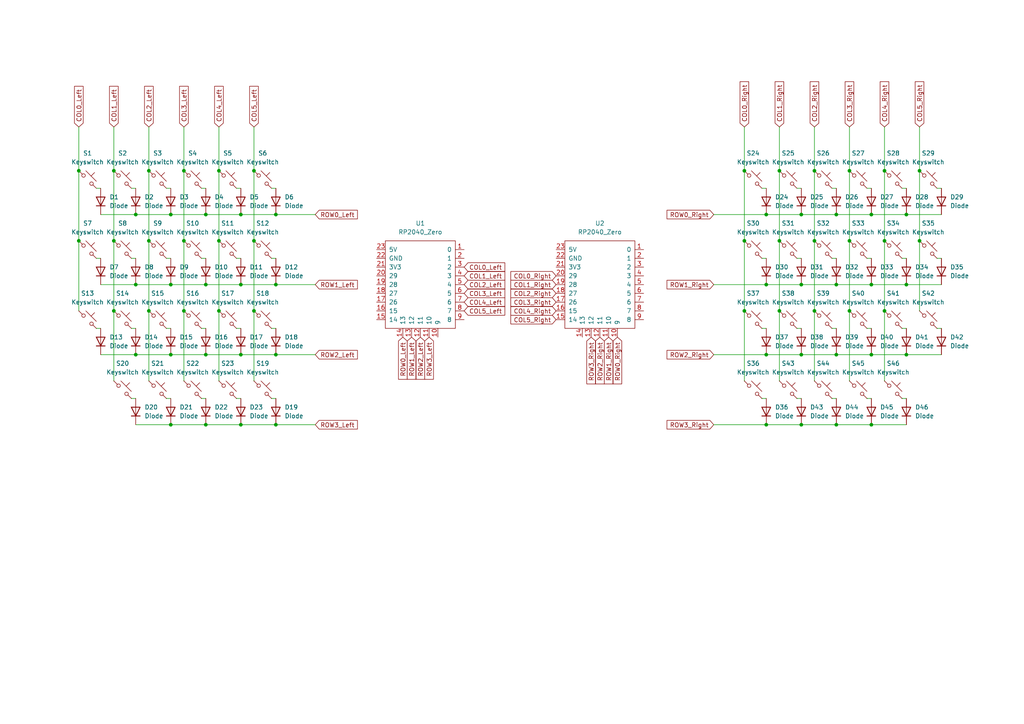
<source format=kicad_sch>
(kicad_sch (version 20230121) (generator eeschema)
  (paper "A4")
  (lib_symbols
    (symbol "ScottoKeebs:MCU_RP2040_Zero" (pin_names (offset 1.016))
      (property "Reference" "U" (at 0 15.24 0))
      (property "Value" "RP2040_Zero" (at 0 12.7 0))
      (symbol "MCU_RP2040_Zero_0_1"
        (rectangle (start -10.16 11.43) (end 10.16 -13.97))
      )
      (symbol "MCU_RP2040_Zero_1_1"
        (pin bidirectional line (at 12.7 8.89 180) (length 2.54) (name "0") (number "1"))
        (pin bidirectional line (at 5.08 -16.51 90) (length 2.54) (name "9") (number "10"))
        (pin bidirectional line (at 2.54 -16.51 90) (length 2.54) (name "10") (number "11"))
        (pin bidirectional line (at 0 -16.51 90) (length 2.54) (name "11") (number "12"))
        (pin bidirectional line (at -2.54 -16.51 90) (length 2.54) (name "12") (number "13"))
        (pin bidirectional line (at -5.08 -16.51 90) (length 2.54) (name "13") (number "14"))
        (pin bidirectional line (at -12.7 -11.43 0) (length 2.54) (name "14") (number "15"))
        (pin bidirectional line (at -12.7 -8.89 0) (length 2.54) (name "15") (number "16"))
        (pin bidirectional line (at -12.7 -6.35 0) (length 2.54) (name "26") (number "17"))
        (pin bidirectional line (at -12.7 -3.81 0) (length 2.54) (name "27") (number "18"))
        (pin bidirectional line (at -12.7 -1.27 0) (length 2.54) (name "28") (number "19"))
        (pin bidirectional line (at 12.7 6.35 180) (length 2.54) (name "1") (number "2"))
        (pin bidirectional line (at -12.7 1.27 0) (length 2.54) (name "29") (number "20"))
        (pin power_out line (at -12.7 3.81 0) (length 2.54) (name "3V3") (number "21"))
        (pin power_out line (at -12.7 6.35 0) (length 2.54) (name "GND") (number "22"))
        (pin power_out line (at -12.7 8.89 0) (length 2.54) (name "5V") (number "23"))
        (pin bidirectional line (at 12.7 3.81 180) (length 2.54) (name "2") (number "3"))
        (pin bidirectional line (at 12.7 1.27 180) (length 2.54) (name "3") (number "4"))
        (pin bidirectional line (at 12.7 -1.27 180) (length 2.54) (name "4") (number "5"))
        (pin bidirectional line (at 12.7 -3.81 180) (length 2.54) (name "5") (number "6"))
        (pin bidirectional line (at 12.7 -6.35 180) (length 2.54) (name "6") (number "7"))
        (pin bidirectional line (at 12.7 -8.89 180) (length 2.54) (name "7") (number "8"))
        (pin bidirectional line (at 12.7 -11.43 180) (length 2.54) (name "8") (number "9"))
      )
    )
    (symbol "ScottoKeebs:Placeholder_Diode" (pin_numbers hide) (pin_names hide)
      (property "Reference" "D" (at 0 2.54 0))
      (property "Value" "Diode" (at 0 -2.54 0))
      (symbol "Placeholder_Diode_0_1"
        (polyline (pts (xy -1.27 1.27) (xy -1.27 -1.27)) (stroke (width 0.254)))
        (polyline (pts (xy 1.27 0) (xy -1.27 0)))
        (polyline (pts (xy 1.27 1.27) (xy 1.27 -1.27) (xy -1.27 0) (xy 1.27 1.27)) (stroke (width 0.254)))
      )
      (symbol "Placeholder_Diode_1_1"
        (pin passive line (at -3.81 0 0) (length 2.54) (name "K") (number "1"))
        (pin passive line (at 3.81 0 180) (length 2.54) (name "A") (number "2"))
      )
    )
    (symbol "ScottoKeebs:Placeholder_Keyswitch" (pin_numbers hide) (pin_names (offset 1.016) hide)
      (property "Reference" "S" (at 3.048 1.016 0))
      (property "Value" "Keyswitch" (at 0 -3.81 0))
      (symbol "Placeholder_Keyswitch_0_1"
        (circle (center -1.1684 1.1684) (radius 0.508))
        (polyline (pts (xy -0.508 2.54) (xy 2.54 -0.508)))
        (polyline (pts (xy 1.016 1.016) (xy 2.032 2.032)))
        (polyline (pts (xy -2.54 2.54) (xy -1.524 1.524) (xy -1.524 1.524)))
        (polyline (pts (xy 1.524 -1.524) (xy 2.54 -2.54) (xy 2.54 -2.54) (xy 2.54 -2.54)))
        (circle (center 1.143 -1.1938) (radius 0.508))
        (pin passive line (at -2.54 2.54 0) (length 0) (name "1") (number "1"))
        (pin passive line (at 2.54 -2.54 180) (length 0) (name "2") (number "2"))
      )
    )
  )
  (junction (at 53.34 90.17))
  (junction (at 69.85 102.87))
  (junction (at 73.66 69.85))
  (junction (at 226.06 49.53))
  (junction (at 256.54 49.53))
  (junction (at 59.69 123.19))
  (junction (at 232.41 102.87))
  (junction (at 222.25 123.19))
  (junction (at 222.25 62.23))
  (junction (at 222.25 102.87))
  (junction (at 252.73 102.87))
  (junction (at 80.01 123.19))
  (junction (at 39.37 82.55))
  (junction (at 242.57 102.87))
  (junction (at 266.7 49.53))
  (junction (at 222.25 82.55))
  (junction (at 252.73 123.19))
  (junction (at 256.54 69.85))
  (junction (at 215.9 90.17))
  (junction (at 262.89 82.55))
  (junction (at 252.73 82.55))
  (junction (at 232.41 82.55))
  (junction (at 242.57 82.55))
  (junction (at 22.86 69.85))
  (junction (at 49.53 62.23))
  (junction (at 226.06 90.17))
  (junction (at 252.73 62.23))
  (junction (at 49.53 102.87))
  (junction (at 69.85 82.55))
  (junction (at 215.9 49.53))
  (junction (at 226.06 69.85))
  (junction (at 262.89 102.87))
  (junction (at 43.18 69.85))
  (junction (at 53.34 49.53))
  (junction (at 59.69 82.55))
  (junction (at 232.41 62.23))
  (junction (at 80.01 62.23))
  (junction (at 69.85 62.23))
  (junction (at 80.01 82.55))
  (junction (at 236.22 69.85))
  (junction (at 53.34 69.85))
  (junction (at 59.69 102.87))
  (junction (at 246.38 90.17))
  (junction (at 73.66 90.17))
  (junction (at 43.18 49.53))
  (junction (at 39.37 62.23))
  (junction (at 63.5 69.85))
  (junction (at 232.41 123.19))
  (junction (at 73.66 49.53))
  (junction (at 80.01 102.87))
  (junction (at 215.9 69.85))
  (junction (at 49.53 82.55))
  (junction (at 63.5 49.53))
  (junction (at 59.69 62.23))
  (junction (at 39.37 102.87))
  (junction (at 262.89 62.23))
  (junction (at 236.22 49.53))
  (junction (at 69.85 123.19))
  (junction (at 246.38 49.53))
  (junction (at 33.02 90.17))
  (junction (at 242.57 123.19))
  (junction (at 246.38 69.85))
  (junction (at 22.86 49.53))
  (junction (at 266.7 69.85))
  (junction (at 256.54 90.17))
  (junction (at 33.02 49.53))
  (junction (at 49.53 123.19))
  (junction (at 43.18 90.17))
  (junction (at 236.22 90.17))
  (junction (at 63.5 90.17))
  (junction (at 33.02 69.85))
  (junction (at 242.57 62.23))
  (wire (pts (xy 246.38 69.85) (xy 246.38 90.17)))
  (wire (pts (xy 207.01 82.55) (xy 222.25 82.55)))
  (wire (pts (xy 215.9 36.83) (xy 215.9 49.53)))
  (wire (pts (xy 262.89 102.87) (xy 273.05 102.87)))
  (wire (pts (xy 69.85 62.23) (xy 80.01 62.23)))
  (wire (pts (xy 53.34 90.17) (xy 53.34 110.49)))
  (wire (pts (xy 73.66 90.17) (xy 73.66 110.49)))
  (wire (pts (xy 242.57 95.25) (xy 241.3 95.25)))
  (wire (pts (xy 63.5 36.83) (xy 63.5 49.53)))
  (wire (pts (xy 236.22 69.85) (xy 236.22 90.17)))
  (wire (pts (xy 256.54 90.17) (xy 256.54 110.49)))
  (wire (pts (xy 256.54 49.53) (xy 256.54 69.85)))
  (wire (pts (xy 53.34 69.85) (xy 53.34 90.17)))
  (wire (pts (xy 80.01 123.19) (xy 91.44 123.19)))
  (wire (pts (xy 242.57 102.87) (xy 252.73 102.87)))
  (wire (pts (xy 222.25 115.57) (xy 220.98 115.57)))
  (wire (pts (xy 252.73 102.87) (xy 262.89 102.87)))
  (wire (pts (xy 207.01 102.87) (xy 222.25 102.87)))
  (wire (pts (xy 69.85 74.93) (xy 68.58 74.93)))
  (wire (pts (xy 69.85 123.19) (xy 80.01 123.19)))
  (wire (pts (xy 232.41 102.87) (xy 242.57 102.87)))
  (wire (pts (xy 207.01 123.19) (xy 222.25 123.19)))
  (wire (pts (xy 80.01 102.87) (xy 91.44 102.87)))
  (wire (pts (xy 53.34 36.83) (xy 53.34 49.53)))
  (wire (pts (xy 232.41 54.61) (xy 231.14 54.61)))
  (wire (pts (xy 33.02 49.53) (xy 33.02 69.85)))
  (wire (pts (xy 59.69 62.23) (xy 69.85 62.23)))
  (wire (pts (xy 73.66 49.53) (xy 73.66 69.85)))
  (wire (pts (xy 252.73 54.61) (xy 251.46 54.61)))
  (wire (pts (xy 22.86 36.83) (xy 22.86 49.53)))
  (wire (pts (xy 246.38 49.53) (xy 246.38 69.85)))
  (wire (pts (xy 69.85 102.87) (xy 80.01 102.87)))
  (wire (pts (xy 33.02 90.17) (xy 33.02 110.49)))
  (wire (pts (xy 49.53 95.25) (xy 48.26 95.25)))
  (wire (pts (xy 262.89 62.23) (xy 273.05 62.23)))
  (wire (pts (xy 232.41 82.55) (xy 242.57 82.55)))
  (wire (pts (xy 222.25 54.61) (xy 220.98 54.61)))
  (wire (pts (xy 222.25 123.19) (xy 232.41 123.19)))
  (wire (pts (xy 242.57 54.61) (xy 241.3 54.61)))
  (wire (pts (xy 59.69 54.61) (xy 58.42 54.61)))
  (wire (pts (xy 43.18 49.53) (xy 43.18 69.85)))
  (wire (pts (xy 232.41 95.25) (xy 231.14 95.25)))
  (wire (pts (xy 242.57 123.19) (xy 252.73 123.19)))
  (wire (pts (xy 59.69 123.19) (xy 49.53 123.19)))
  (wire (pts (xy 39.37 54.61) (xy 38.1 54.61)))
  (wire (pts (xy 246.38 36.83) (xy 246.38 49.53)))
  (wire (pts (xy 69.85 54.61) (xy 68.58 54.61)))
  (wire (pts (xy 252.73 62.23) (xy 262.89 62.23)))
  (wire (pts (xy 252.73 115.57) (xy 251.46 115.57)))
  (wire (pts (xy 29.21 82.55) (xy 39.37 82.55)))
  (wire (pts (xy 53.34 49.53) (xy 53.34 69.85)))
  (wire (pts (xy 43.18 69.85) (xy 43.18 90.17)))
  (wire (pts (xy 222.25 74.93) (xy 220.98 74.93)))
  (wire (pts (xy 226.06 90.17) (xy 226.06 110.49)))
  (wire (pts (xy 73.66 36.83) (xy 73.66 49.53)))
  (wire (pts (xy 273.05 74.93) (xy 271.78 74.93)))
  (wire (pts (xy 262.89 82.55) (xy 273.05 82.55)))
  (wire (pts (xy 43.18 36.83) (xy 43.18 49.53)))
  (wire (pts (xy 49.53 54.61) (xy 48.26 54.61)))
  (wire (pts (xy 236.22 49.53) (xy 236.22 69.85)))
  (wire (pts (xy 273.05 54.61) (xy 271.78 54.61)))
  (wire (pts (xy 39.37 102.87) (xy 49.53 102.87)))
  (wire (pts (xy 69.85 115.57) (xy 68.58 115.57)))
  (wire (pts (xy 80.01 82.55) (xy 91.44 82.55)))
  (wire (pts (xy 252.73 74.93) (xy 251.46 74.93)))
  (wire (pts (xy 69.85 123.19) (xy 59.69 123.19)))
  (wire (pts (xy 69.85 95.25) (xy 68.58 95.25)))
  (wire (pts (xy 242.57 74.93) (xy 241.3 74.93)))
  (wire (pts (xy 29.21 102.87) (xy 39.37 102.87)))
  (wire (pts (xy 226.06 69.85) (xy 226.06 90.17)))
  (wire (pts (xy 273.05 95.25) (xy 271.78 95.25)))
  (wire (pts (xy 246.38 90.17) (xy 246.38 110.49)))
  (wire (pts (xy 63.5 49.53) (xy 63.5 69.85)))
  (wire (pts (xy 33.02 36.83) (xy 33.02 49.53)))
  (wire (pts (xy 252.73 95.25) (xy 251.46 95.25)))
  (wire (pts (xy 242.57 62.23) (xy 252.73 62.23)))
  (wire (pts (xy 22.86 69.85) (xy 22.86 90.17)))
  (wire (pts (xy 242.57 82.55) (xy 252.73 82.55)))
  (wire (pts (xy 69.85 82.55) (xy 80.01 82.55)))
  (wire (pts (xy 49.53 82.55) (xy 59.69 82.55)))
  (wire (pts (xy 39.37 82.55) (xy 49.53 82.55)))
  (wire (pts (xy 252.73 82.55) (xy 262.89 82.55)))
  (wire (pts (xy 33.02 69.85) (xy 33.02 90.17)))
  (wire (pts (xy 49.53 74.93) (xy 48.26 74.93)))
  (wire (pts (xy 39.37 62.23) (xy 49.53 62.23)))
  (wire (pts (xy 256.54 36.83) (xy 256.54 49.53)))
  (wire (pts (xy 222.25 82.55) (xy 232.41 82.55)))
  (wire (pts (xy 59.69 102.87) (xy 69.85 102.87)))
  (wire (pts (xy 29.21 62.23) (xy 39.37 62.23)))
  (wire (pts (xy 207.01 62.23) (xy 222.25 62.23)))
  (wire (pts (xy 63.5 69.85) (xy 63.5 90.17)))
  (wire (pts (xy 73.66 69.85) (xy 73.66 90.17)))
  (wire (pts (xy 236.22 36.83) (xy 236.22 49.53)))
  (wire (pts (xy 256.54 69.85) (xy 256.54 90.17)))
  (wire (pts (xy 215.9 49.53) (xy 215.9 69.85)))
  (wire (pts (xy 49.53 115.57) (xy 48.26 115.57)))
  (wire (pts (xy 43.18 90.17) (xy 43.18 110.49)))
  (wire (pts (xy 232.41 123.19) (xy 242.57 123.19)))
  (wire (pts (xy 262.89 115.57) (xy 261.62 115.57)))
  (wire (pts (xy 59.69 115.57) (xy 58.42 115.57)))
  (wire (pts (xy 49.53 102.87) (xy 59.69 102.87)))
  (wire (pts (xy 215.9 90.17) (xy 215.9 110.49)))
  (wire (pts (xy 80.01 74.93) (xy 78.74 74.93)))
  (wire (pts (xy 266.7 36.83) (xy 266.7 49.53)))
  (wire (pts (xy 49.53 123.19) (xy 39.37 123.19)))
  (wire (pts (xy 49.53 62.23) (xy 59.69 62.23)))
  (wire (pts (xy 63.5 90.17) (xy 63.5 110.49)))
  (wire (pts (xy 266.7 49.53) (xy 266.7 69.85)))
  (wire (pts (xy 236.22 90.17) (xy 236.22 110.49)))
  (wire (pts (xy 266.7 69.85) (xy 266.7 90.17)))
  (wire (pts (xy 29.21 95.25) (xy 27.94 95.25)))
  (wire (pts (xy 39.37 115.57) (xy 38.1 115.57)))
  (wire (pts (xy 226.06 49.53) (xy 226.06 69.85)))
  (wire (pts (xy 232.41 62.23) (xy 242.57 62.23)))
  (wire (pts (xy 222.25 95.25) (xy 220.98 95.25)))
  (wire (pts (xy 262.89 54.61) (xy 261.62 54.61)))
  (wire (pts (xy 232.41 74.93) (xy 231.14 74.93)))
  (wire (pts (xy 59.69 82.55) (xy 69.85 82.55)))
  (wire (pts (xy 59.69 74.93) (xy 58.42 74.93)))
  (wire (pts (xy 232.41 115.57) (xy 231.14 115.57)))
  (wire (pts (xy 222.25 62.23) (xy 232.41 62.23)))
  (wire (pts (xy 80.01 95.25) (xy 78.74 95.25)))
  (wire (pts (xy 226.06 36.83) (xy 226.06 49.53)))
  (wire (pts (xy 215.9 69.85) (xy 215.9 90.17)))
  (wire (pts (xy 39.37 95.25) (xy 38.1 95.25)))
  (wire (pts (xy 80.01 115.57) (xy 78.74 115.57)))
  (wire (pts (xy 39.37 74.93) (xy 38.1 74.93)))
  (wire (pts (xy 29.21 54.61) (xy 27.94 54.61)))
  (wire (pts (xy 22.86 49.53) (xy 22.86 69.85)))
  (wire (pts (xy 80.01 54.61) (xy 78.74 54.61)))
  (wire (pts (xy 262.89 95.25) (xy 261.62 95.25)))
  (wire (pts (xy 80.01 62.23) (xy 91.44 62.23)))
  (wire (pts (xy 252.73 123.19) (xy 262.89 123.19)))
  (wire (pts (xy 29.21 74.93) (xy 27.94 74.93)))
  (wire (pts (xy 242.57 115.57) (xy 241.3 115.57)))
  (wire (pts (xy 262.89 74.93) (xy 261.62 74.93)))
  (wire (pts (xy 59.69 95.25) (xy 58.42 95.25)))
  (wire (pts (xy 222.25 102.87) (xy 232.41 102.87)))
  (global_label "COL3_Right" (shape input) (at 161.29 87.63 180) (property "Intersheetrefs" "${INTERSHEET_REFS}" (effects hide)))
  (global_label "COL1_Right" (shape input) (at 161.29 82.55 180) (property "Intersheetrefs" "${INTERSHEET_REFS}" (effects hide)))
  (global_label "COL0_Right" (shape input) (at 161.29 80.01 180) (property "Intersheetrefs" "${INTERSHEET_REFS}" (effects hide)))
  (global_label "ROW0_Right" (shape input) (at 207.01 62.23 180) (property "Intersheetrefs" "${INTERSHEET_REFS}" (effects hide)))
  (global_label "COL3_Left" (shape input) (at 53.34 36.83 90) (property "Intersheetrefs" "${INTERSHEET_REFS}" (effects hide)))
  (global_label "ROW0_Left" (shape input) (at 116.84 97.79 270) (property "Intersheetrefs" "${INTERSHEET_REFS}" (effects hide)))
  (global_label "COL4_Right" (shape input) (at 161.29 90.17 180) (property "Intersheetrefs" "${INTERSHEET_REFS}" (effects hide)))
  (global_label "COL4_Left" (shape input) (at 63.5 36.83 90) (property "Intersheetrefs" "${INTERSHEET_REFS}" (effects hide)))
  (global_label "ROW0_Right" (shape input) (at 179.07 97.79 270) (property "Intersheetrefs" "${INTERSHEET_REFS}" (effects hide)))
  (global_label "ROW2_Right" (shape input) (at 173.99 97.79 270) (property "Intersheetrefs" "${INTERSHEET_REFS}" (effects hide)))
  (global_label "COL2_Right" (shape input) (at 236.22 36.83 90) (property "Intersheetrefs" "${INTERSHEET_REFS}" (effects hide)))
  (global_label "ROW3_Right" (shape input) (at 171.45 97.79 270) (property "Intersheetrefs" "${INTERSHEET_REFS}" (effects hide)))
  (global_label "COL0_Left" (shape input) (at 22.86 36.83 90) (property "Intersheetrefs" "${INTERSHEET_REFS}" (effects hide)))
  (global_label "COL2_Left" (shape input) (at 43.18 36.83 90) (property "Intersheetrefs" "${INTERSHEET_REFS}" (effects hide)))
  (global_label "COL5_Left" (shape input) (at 73.66 36.83 90) (property "Intersheetrefs" "${INTERSHEET_REFS}" (effects hide)))
  (global_label "COL5_Left" (shape input) (at 134.62 90.17 0) (property "Intersheetrefs" "${INTERSHEET_REFS}" (effects hide)))
  (global_label "COL3_Right" (shape input) (at 246.38 36.83 90) (property "Intersheetrefs" "${INTERSHEET_REFS}" (effects hide)))
  (global_label "COL1_Left" (shape input) (at 33.02 36.83 90) (property "Intersheetrefs" "${INTERSHEET_REFS}" (effects hide)))
  (global_label "ROW1_Right" (shape input) (at 207.01 82.55 180) (property "Intersheetrefs" "${INTERSHEET_REFS}" (effects hide)))
  (global_label "COL1_Right" (shape input) (at 226.06 36.83 90) (property "Intersheetrefs" "${INTERSHEET_REFS}" (effects hide)))
  (global_label "ROW0_Left" (shape input) (at 91.44 62.23 0) (property "Intersheetrefs" "${INTERSHEET_REFS}" (effects hide)))
  (global_label "ROW2_Left" (shape input) (at 121.92 97.79 270) (property "Intersheetrefs" "${INTERSHEET_REFS}" (effects hide)))
  (global_label "ROW3_Right" (shape input) (at 207.01 123.19 180) (property "Intersheetrefs" "${INTERSHEET_REFS}" (effects hide)))
  (global_label "ROW1_Right" (shape input) (at 176.53 97.79 270) (property "Intersheetrefs" "${INTERSHEET_REFS}" (effects hide)))
  (global_label "ROW2_Left" (shape input) (at 91.44 102.87 0) (property "Intersheetrefs" "${INTERSHEET_REFS}" (effects hide)))
  (global_label "ROW3_Left" (shape input) (at 91.44 123.19 0) (property "Intersheetrefs" "${INTERSHEET_REFS}" (effects hide)))
  (global_label "ROW3_Left" (shape input) (at 124.46 97.79 270) (property "Intersheetrefs" "${INTERSHEET_REFS}" (effects hide)))
  (global_label "COL3_Left" (shape input) (at 134.62 85.09 0) (property "Intersheetrefs" "${INTERSHEET_REFS}" (effects hide)))
  (global_label "COL0_Left" (shape input) (at 134.62 77.47 0) (property "Intersheetrefs" "${INTERSHEET_REFS}" (effects hide)))
  (global_label "ROW2_Right" (shape input) (at 207.01 102.87 180) (property "Intersheetrefs" "${INTERSHEET_REFS}" (effects hide)))
  (global_label "COL4_Left" (shape input) (at 134.62 87.63 0) (property "Intersheetrefs" "${INTERSHEET_REFS}" (effects hide)))
  (global_label "ROW1_Left" (shape input) (at 91.44 82.55 0) (property "Intersheetrefs" "${INTERSHEET_REFS}" (effects hide)))
  (global_label "COL5_Right" (shape input) (at 266.7 36.83 90) (property "Intersheetrefs" "${INTERSHEET_REFS}" (effects hide)))
  (global_label "ROW1_Left" (shape input) (at 119.38 97.79 270) (property "Intersheetrefs" "${INTERSHEET_REFS}" (effects hide)))
  (global_label "COL0_Right" (shape input) (at 215.9 36.83 90) (property "Intersheetrefs" "${INTERSHEET_REFS}" (effects hide)))
  (global_label "COL1_Left" (shape input) (at 134.62 80.01 0) (property "Intersheetrefs" "${INTERSHEET_REFS}" (effects hide)))
  (global_label "COL2_Left" (shape input) (at 134.62 82.55 0) (property "Intersheetrefs" "${INTERSHEET_REFS}" (effects hide)))
  (global_label "COL2_Right" (shape input) (at 161.29 85.09 180) (property "Intersheetrefs" "${INTERSHEET_REFS}" (effects hide)))
  (global_label "COL4_Right" (shape input) (at 256.54 36.83 90) (property "Intersheetrefs" "${INTERSHEET_REFS}" (effects hide)))
  (global_label "COL5_Right" (shape input) (at 161.29 92.71 180) (property "Intersheetrefs" "${INTERSHEET_REFS}" (effects hide)))
  (symbol (lib_id "ScottoKeebs:Placeholder_Keyswitch") (at 76.2 52.07 0) (unit 1)
    (property "Reference" "S6" (at 76.2 44.45 0))
    (property "Value" "Keyswitch" (at 76.2 46.99 0))
  )
  (symbol (lib_id "ScottoKeebs:Placeholder_Diode") (at 252.73 78.74 90) (unit 1)
    (property "Reference" "D33" (at 255.27 77.47 90) (effects (justify right)))
    (property "Value" "Diode" (at 255.27 80.01 90) (effects (justify right)))
    (property "Sim.Device" "D" (effects hide))
    (property "Sim.Pins" "1=K 2=A" (effects hide))
  )
  (symbol (lib_id "ScottoKeebs:Placeholder_Keyswitch") (at 248.92 92.71 0) (unit 1)
    (property "Reference" "S40" (at 248.92 85.09 0))
    (property "Value" "Keyswitch" (at 248.92 87.63 0))
  )
  (symbol (lib_id "ScottoKeebs:Placeholder_Diode") (at 69.85 78.74 90) (unit 1)
    (property "Reference" "D11" (at 72.39 77.47 90) (effects (justify right)))
    (property "Value" "Diode" (at 72.39 80.01 90) (effects (justify right)))
    (property "Sim.Device" "D" (effects hide))
    (property "Sim.Pins" "1=K 2=A" (effects hide))
  )
  (symbol (lib_id "ScottoKeebs:Placeholder_Diode") (at 273.05 99.06 90) (unit 1)
    (property "Reference" "D42" (at 275.59 97.79 90) (effects (justify right)))
    (property "Value" "Diode" (at 275.59 100.33 90) (effects (justify right)))
    (property "Sim.Device" "D" (effects hide))
    (property "Sim.Pins" "1=K 2=A" (effects hide))
  )
  (symbol (lib_id "ScottoKeebs:Placeholder_Keyswitch") (at 66.04 113.03 0) (unit 1)
    (property "Reference" "S23" (at 66.04 105.41 0))
    (property "Value" "Keyswitch" (at 66.04 107.95 0))
  )
  (symbol (lib_id "ScottoKeebs:Placeholder_Diode") (at 252.73 119.38 90) (unit 1)
    (property "Reference" "D45" (at 255.27 118.11 90) (effects (justify right)))
    (property "Value" "Diode" (at 255.27 120.65 90) (effects (justify right)))
    (property "Sim.Device" "D" (effects hide))
    (property "Sim.Pins" "1=K 2=A" (effects hide))
  )
  (symbol (lib_id "ScottoKeebs:Placeholder_Keyswitch") (at 218.44 72.39 0) (unit 1)
    (property "Reference" "S30" (at 218.44 64.77 0))
    (property "Value" "Keyswitch" (at 218.44 67.31 0))
  )
  (symbol (lib_id "ScottoKeebs:Placeholder_Diode") (at 29.21 58.42 90) (unit 1)
    (property "Reference" "D1" (at 31.75 57.15 90) (effects (justify right)))
    (property "Value" "Diode" (at 31.75 59.69 90) (effects (justify right)))
    (property "Sim.Device" "D" (effects hide))
    (property "Sim.Pins" "1=K 2=A" (effects hide))
  )
  (symbol (lib_id "ScottoKeebs:Placeholder_Keyswitch") (at 228.6 92.71 0) (unit 1)
    (property "Reference" "S38" (at 228.6 85.09 0))
    (property "Value" "Keyswitch" (at 228.6 87.63 0))
  )
  (symbol (lib_id "ScottoKeebs:Placeholder_Diode") (at 69.85 58.42 90) (unit 1)
    (property "Reference" "D5" (at 72.39 57.15 90) (effects (justify right)))
    (property "Value" "Diode" (at 72.39 59.69 90) (effects (justify right)))
    (property "Sim.Device" "D" (effects hide))
    (property "Sim.Pins" "1=K 2=A" (effects hide))
  )
  (symbol (lib_id "ScottoKeebs:Placeholder_Keyswitch") (at 228.6 113.03 0) (unit 1)
    (property "Reference" "S43" (at 228.6 105.41 0))
    (property "Value" "Keyswitch" (at 228.6 107.95 0))
  )
  (symbol (lib_id "ScottoKeebs:Placeholder_Diode") (at 262.89 99.06 90) (unit 1)
    (property "Reference" "D41" (at 265.43 97.79 90) (effects (justify right)))
    (property "Value" "Diode" (at 265.43 100.33 90) (effects (justify right)))
    (property "Sim.Device" "D" (effects hide))
    (property "Sim.Pins" "1=K 2=A" (effects hide))
  )
  (symbol (lib_id "ScottoKeebs:Placeholder_Keyswitch") (at 228.6 72.39 0) (unit 1)
    (property "Reference" "S31" (at 228.6 64.77 0))
    (property "Value" "Keyswitch" (at 228.6 67.31 0))
  )
  (symbol (lib_id "ScottoKeebs:Placeholder_Diode") (at 80.01 99.06 90) (unit 1)
    (property "Reference" "D18" (at 82.55 97.79 90) (effects (justify right)))
    (property "Value" "Diode" (at 82.55 100.33 90) (effects (justify right)))
    (property "Sim.Device" "D" (effects hide))
    (property "Sim.Pins" "1=K 2=A" (effects hide))
  )
  (symbol (lib_id "ScottoKeebs:Placeholder_Keyswitch") (at 55.88 92.71 0) (unit 1)
    (property "Reference" "S16" (at 55.88 85.09 0))
    (property "Value" "Keyswitch" (at 55.88 87.63 0))
  )
  (symbol (lib_id "ScottoKeebs:Placeholder_Keyswitch") (at 45.72 52.07 0) (unit 1)
    (property "Reference" "S3" (at 45.72 44.45 0))
    (property "Value" "Keyswitch" (at 45.72 46.99 0))
  )
  (symbol (lib_id "ScottoKeebs:Placeholder_Keyswitch") (at 55.88 72.39 0) (unit 1)
    (property "Reference" "S10" (at 55.88 64.77 0))
    (property "Value" "Keyswitch" (at 55.88 67.31 0))
  )
  (symbol (lib_id "ScottoKeebs:Placeholder_Keyswitch") (at 35.56 113.03 0) (unit 1)
    (property "Reference" "S20" (at 35.56 105.41 0))
    (property "Value" "Keyswitch" (at 35.56 107.95 0))
  )
  (symbol (lib_id "ScottoKeebs:Placeholder_Keyswitch") (at 248.92 52.07 0) (unit 1)
    (property "Reference" "S27" (at 248.92 44.45 0))
    (property "Value" "Keyswitch" (at 248.92 46.99 0))
  )
  (symbol (lib_id "ScottoKeebs:Placeholder_Keyswitch") (at 66.04 52.07 0) (unit 1)
    (property "Reference" "S5" (at 66.04 44.45 0))
    (property "Value" "Keyswitch" (at 66.04 46.99 0))
  )
  (symbol (lib_id "ScottoKeebs:Placeholder_Diode") (at 49.53 99.06 90) (unit 1)
    (property "Reference" "D15" (at 52.07 97.79 90) (effects (justify right)))
    (property "Value" "Diode" (at 52.07 100.33 90) (effects (justify right)))
    (property "Sim.Device" "D" (effects hide))
    (property "Sim.Pins" "1=K 2=A" (effects hide))
  )
  (symbol (lib_id "ScottoKeebs:Placeholder_Keyswitch") (at 76.2 72.39 0) (unit 1)
    (property "Reference" "S12" (at 76.2 64.77 0))
    (property "Value" "Keyswitch" (at 76.2 67.31 0))
  )
  (symbol (lib_id "ScottoKeebs:Placeholder_Keyswitch") (at 269.24 92.71 0) (unit 1)
    (property "Reference" "S42" (at 269.24 85.09 0))
    (property "Value" "Keyswitch" (at 269.24 87.63 0))
  )
  (symbol (lib_id "ScottoKeebs:Placeholder_Diode") (at 262.89 119.38 90) (unit 1)
    (property "Reference" "D46" (at 265.43 118.11 90) (effects (justify right)))
    (property "Value" "Diode" (at 265.43 120.65 90) (effects (justify right)))
    (property "Sim.Device" "D" (effects hide))
    (property "Sim.Pins" "1=K 2=A" (effects hide))
  )
  (symbol (lib_id "ScottoKeebs:Placeholder_Diode") (at 59.69 58.42 90) (unit 1)
    (property "Reference" "D4" (at 62.23 57.15 90) (effects (justify right)))
    (property "Value" "Diode" (at 62.23 59.69 90) (effects (justify right)))
    (property "Sim.Device" "D" (effects hide))
    (property "Sim.Pins" "1=K 2=A" (effects hide))
  )
  (symbol (lib_id "ScottoKeebs:Placeholder_Keyswitch") (at 25.4 52.07 0) (unit 1)
    (property "Reference" "S1" (at 25.4 44.45 0))
    (property "Value" "Keyswitch" (at 25.4 46.99 0))
  )
  (symbol (lib_id "ScottoKeebs:Placeholder_Keyswitch") (at 248.92 72.39 0) (unit 1)
    (property "Reference" "S33" (at 248.92 64.77 0))
    (property "Value" "Keyswitch" (at 248.92 67.31 0))
  )
  (symbol (lib_id "ScottoKeebs:Placeholder_Keyswitch") (at 238.76 52.07 0) (unit 1)
    (property "Reference" "S26" (at 238.76 44.45 0))
    (property "Value" "Keyswitch" (at 238.76 46.99 0))
  )
  (symbol (lib_id "ScottoKeebs:Placeholder_Keyswitch") (at 218.44 52.07 0) (unit 1)
    (property "Reference" "S24" (at 218.44 44.45 0))
    (property "Value" "Keyswitch" (at 218.44 46.99 0))
  )
  (symbol (lib_id "ScottoKeebs:Placeholder_Diode") (at 69.85 99.06 90) (unit 1)
    (property "Reference" "D17" (at 72.39 97.79 90) (effects (justify right)))
    (property "Value" "Diode" (at 72.39 100.33 90) (effects (justify right)))
    (property "Sim.Device" "D" (effects hide))
    (property "Sim.Pins" "1=K 2=A" (effects hide))
  )
  (symbol (lib_id "ScottoKeebs:Placeholder_Diode") (at 80.01 119.38 90) (unit 1)
    (property "Reference" "D19" (at 82.55 118.11 90) (effects (justify right)))
    (property "Value" "Diode" (at 82.55 120.65 90) (effects (justify right)))
    (property "Sim.Device" "D" (effects hide))
    (property "Sim.Pins" "1=K 2=A" (effects hide))
  )
  (symbol (lib_id "ScottoKeebs:Placeholder_Diode") (at 273.05 78.74 90) (unit 1)
    (property "Reference" "D35" (at 275.59 77.47 90) (effects (justify right)))
    (property "Value" "Diode" (at 275.59 80.01 90) (effects (justify right)))
    (property "Sim.Device" "D" (effects hide))
    (property "Sim.Pins" "1=K 2=A" (effects hide))
  )
  (symbol (lib_id "ScottoKeebs:Placeholder_Diode") (at 49.53 119.38 90) (unit 1)
    (property "Reference" "D21" (at 52.07 118.11 90) (effects (justify right)))
    (property "Value" "Diode" (at 52.07 120.65 90) (effects (justify right)))
    (property "Sim.Device" "D" (effects hide))
    (property "Sim.Pins" "1=K 2=A" (effects hide))
  )
  (symbol (lib_id "ScottoKeebs:Placeholder_Keyswitch") (at 259.08 92.71 0) (unit 1)
    (property "Reference" "S41" (at 259.08 85.09 0))
    (property "Value" "Keyswitch" (at 259.08 87.63 0))
  )
  (symbol (lib_id "ScottoKeebs:Placeholder_Keyswitch") (at 45.72 72.39 0) (unit 1)
    (property "Reference" "S9" (at 45.72 64.77 0))
    (property "Value" "Keyswitch" (at 45.72 67.31 0))
  )
  (symbol (lib_id "ScottoKeebs:Placeholder_Diode") (at 80.01 78.74 90) (unit 1)
    (property "Reference" "D12" (at 82.55 77.47 90) (effects (justify right)))
    (property "Value" "Diode" (at 82.55 80.01 90) (effects (justify right)))
    (property "Sim.Device" "D" (effects hide))
    (property "Sim.Pins" "1=K 2=A" (effects hide))
  )
  (symbol (lib_id "ScottoKeebs:Placeholder_Keyswitch") (at 76.2 92.71 0) (unit 1)
    (property "Reference" "S18" (at 76.2 85.09 0))
    (property "Value" "Keyswitch" (at 76.2 87.63 0))
  )
  (symbol (lib_id "ScottoKeebs:Placeholder_Keyswitch") (at 269.24 72.39 0) (unit 1)
    (property "Reference" "S35" (at 269.24 64.77 0))
    (property "Value" "Keyswitch" (at 269.24 67.31 0))
  )
  (symbol (lib_id "ScottoKeebs:Placeholder_Keyswitch") (at 238.76 113.03 0) (unit 1)
    (property "Reference" "S44" (at 238.76 105.41 0))
    (property "Value" "Keyswitch" (at 238.76 107.95 0))
  )
  (symbol (lib_id "ScottoKeebs:Placeholder_Diode") (at 252.73 58.42 90) (unit 1)
    (property "Reference" "D27" (at 255.27 57.15 90) (effects (justify right)))
    (property "Value" "Diode" (at 255.27 59.69 90) (effects (justify right)))
    (property "Sim.Device" "D" (effects hide))
    (property "Sim.Pins" "1=K 2=A" (effects hide))
  )
  (symbol (lib_id "ScottoKeebs:Placeholder_Keyswitch") (at 25.4 92.71 0) (unit 1)
    (property "Reference" "S13" (at 25.4 85.09 0))
    (property "Value" "Keyswitch" (at 25.4 87.63 0))
  )
  (symbol (lib_id "ScottoKeebs:Placeholder_Diode") (at 232.41 58.42 90) (unit 1)
    (property "Reference" "D25" (at 234.95 57.15 90) (effects (justify right)))
    (property "Value" "Diode" (at 234.95 59.69 90) (effects (justify right)))
    (property "Sim.Device" "D" (effects hide))
    (property "Sim.Pins" "1=K 2=A" (effects hide))
  )
  (symbol (lib_id "ScottoKeebs:Placeholder_Diode") (at 49.53 58.42 90) (unit 1)
    (property "Reference" "D3" (at 52.07 57.15 90) (effects (justify right)))
    (property "Value" "Diode" (at 52.07 59.69 90) (effects (justify right)))
    (property "Sim.Device" "D" (effects hide))
    (property "Sim.Pins" "1=K 2=A" (effects hide))
  )
  (symbol (lib_id "ScottoKeebs:Placeholder_Diode") (at 29.21 78.74 90) (unit 1)
    (property "Reference" "D7" (at 31.75 77.47 90) (effects (justify right)))
    (property "Value" "Diode" (at 31.75 80.01 90) (effects (justify right)))
    (property "Sim.Device" "D" (effects hide))
    (property "Sim.Pins" "1=K 2=A" (effects hide))
  )
  (symbol (lib_id "ScottoKeebs:Placeholder_Diode") (at 39.37 78.74 90) (unit 1)
    (property "Reference" "D8" (at 41.91 77.47 90) (effects (justify right)))
    (property "Value" "Diode" (at 41.91 80.01 90) (effects (justify right)))
    (property "Sim.Device" "D" (effects hide))
    (property "Sim.Pins" "1=K 2=A" (effects hide))
  )
  (symbol (lib_id "ScottoKeebs:Placeholder_Diode") (at 252.73 99.06 90) (unit 1)
    (property "Reference" "D40" (at 255.27 97.79 90) (effects (justify right)))
    (property "Value" "Diode" (at 255.27 100.33 90) (effects (justify right)))
    (property "Sim.Device" "D" (effects hide))
    (property "Sim.Pins" "1=K 2=A" (effects hide))
  )
  (symbol (lib_id "ScottoKeebs:MCU_RP2040_Zero") (at 173.99 81.28 0) (unit 1)
    (property "Reference" "U2" (at 173.99 64.77 0))
    (property "Value" "RP2040_Zero" (at 173.99 67.31 0))
    (property "Footprint" "ScottoKeebs_MCU:RP2040_Zero" (effects hide))
  )
  (symbol (lib_id "ScottoKeebs:Placeholder_Diode") (at 242.57 78.74 90) (unit 1)
    (property "Reference" "D32" (at 245.11 77.47 90) (effects (justify right)))
    (property "Value" "Diode" (at 245.11 80.01 90) (effects (justify right)))
    (property "Sim.Device" "D" (effects hide))
    (property "Sim.Pins" "1=K 2=A" (effects hide))
  )
  (symbol (lib_id "ScottoKeebs:Placeholder_Diode") (at 232.41 119.38 90) (unit 1)
    (property "Reference" "D43" (at 234.95 118.11 90) (effects (justify right)))
    (property "Value" "Diode" (at 234.95 120.65 90) (effects (justify right)))
    (property "Sim.Device" "D" (effects hide))
    (property "Sim.Pins" "1=K 2=A" (effects hide))
  )
  (symbol (lib_id "ScottoKeebs:Placeholder_Diode") (at 242.57 119.38 90) (unit 1)
    (property "Reference" "D44" (at 245.11 118.11 90) (effects (justify right)))
    (property "Value" "Diode" (at 245.11 120.65 90) (effects (justify right)))
    (property "Sim.Device" "D" (effects hide))
    (property "Sim.Pins" "1=K 2=A" (effects hide))
  )
  (symbol (lib_id "ScottoKeebs:Placeholder_Diode") (at 262.89 78.74 90) (unit 1)
    (property "Reference" "D34" (at 265.43 77.47 90) (effects (justify right)))
    (property "Value" "Diode" (at 265.43 80.01 90) (effects (justify right)))
    (property "Sim.Device" "D" (effects hide))
    (property "Sim.Pins" "1=K 2=A" (effects hide))
  )
  (symbol (lib_id "ScottoKeebs:Placeholder_Diode") (at 39.37 99.06 90) (unit 1)
    (property "Reference" "D14" (at 41.91 97.79 90) (effects (justify right)))
    (property "Value" "Diode" (at 41.91 100.33 90) (effects (justify right)))
    (property "Sim.Device" "D" (effects hide))
    (property "Sim.Pins" "1=K 2=A" (effects hide))
  )
  (symbol (lib_id "ScottoKeebs:Placeholder_Keyswitch") (at 228.6 52.07 0) (unit 1)
    (property "Reference" "S25" (at 228.6 44.45 0))
    (property "Value" "Keyswitch" (at 228.6 46.99 0))
  )
  (symbol (lib_id "ScottoKeebs:MCU_RP2040_Zero") (at 121.92 81.28 0) (unit 1)
    (property "Reference" "U1" (at 121.92 64.77 0))
    (property "Value" "RP2040_Zero" (at 121.92 67.31 0))
    (property "Footprint" "ScottoKeebs_MCU:RP2040_Zero" (effects hide))
  )
  (symbol (lib_id "ScottoKeebs:Placeholder_Diode") (at 232.41 99.06 90) (unit 1)
    (property "Reference" "D38" (at 234.95 97.79 90) (effects (justify right)))
    (property "Value" "Diode" (at 234.95 100.33 90) (effects (justify right)))
    (property "Sim.Device" "D" (effects hide))
    (property "Sim.Pins" "1=K 2=A" (effects hide))
  )
  (symbol (lib_id "ScottoKeebs:Placeholder_Keyswitch") (at 269.24 52.07 0) (unit 1)
    (property "Reference" "S29" (at 269.24 44.45 0))
    (property "Value" "Keyswitch" (at 269.24 46.99 0))
  )
  (symbol (lib_id "ScottoKeebs:Placeholder_Diode") (at 273.05 58.42 90) (unit 1)
    (property "Reference" "D29" (at 275.59 57.15 90) (effects (justify right)))
    (property "Value" "Diode" (at 275.59 59.69 90) (effects (justify right)))
    (property "Sim.Device" "D" (effects hide))
    (property "Sim.Pins" "1=K 2=A" (effects hide))
  )
  (symbol (lib_id "ScottoKeebs:Placeholder_Keyswitch") (at 259.08 52.07 0) (unit 1)
    (property "Reference" "S28" (at 259.08 44.45 0))
    (property "Value" "Keyswitch" (at 259.08 46.99 0))
  )
  (symbol (lib_id "ScottoKeebs:Placeholder_Keyswitch") (at 35.56 92.71 0) (unit 1)
    (property "Reference" "S14" (at 35.56 85.09 0))
    (property "Value" "Keyswitch" (at 35.56 87.63 0))
  )
  (symbol (lib_id "ScottoKeebs:Placeholder_Keyswitch") (at 66.04 92.71 0) (unit 1)
    (property "Reference" "S17" (at 66.04 85.09 0))
    (property "Value" "Keyswitch" (at 66.04 87.63 0))
  )
  (symbol (lib_id "ScottoKeebs:Placeholder_Diode") (at 39.37 58.42 90) (unit 1)
    (property "Reference" "D2" (at 41.91 57.15 90) (effects (justify right)))
    (property "Value" "Diode" (at 41.91 59.69 90) (effects (justify right)))
    (property "Sim.Device" "D" (effects hide))
    (property "Sim.Pins" "1=K 2=A" (effects hide))
  )
  (symbol (lib_id "ScottoKeebs:Placeholder_Diode") (at 262.89 58.42 90) (unit 1)
    (property "Reference" "D28" (at 265.43 57.15 90) (effects (justify right)))
    (property "Value" "Diode" (at 265.43 59.69 90) (effects (justify right)))
    (property "Sim.Device" "D" (effects hide))
    (property "Sim.Pins" "1=K 2=A" (effects hide))
  )
  (symbol (lib_id "ScottoKeebs:Placeholder_Keyswitch") (at 259.08 113.03 0) (unit 1)
    (property "Reference" "S46" (at 259.08 105.41 0))
    (property "Value" "Keyswitch" (at 259.08 107.95 0))
  )
  (symbol (lib_id "ScottoKeebs:Placeholder_Keyswitch") (at 218.44 113.03 0) (unit 1)
    (property "Reference" "S36" (at 218.44 105.41 0))
    (property "Value" "Keyswitch" (at 218.44 107.95 0))
  )
  (symbol (lib_id "ScottoKeebs:Placeholder_Keyswitch") (at 45.72 92.71 0) (unit 1)
    (property "Reference" "S15" (at 45.72 85.09 0))
    (property "Value" "Keyswitch" (at 45.72 87.63 0))
  )
  (symbol (lib_id "ScottoKeebs:Placeholder_Keyswitch") (at 218.44 92.71 0) (unit 1)
    (property "Reference" "S37" (at 218.44 85.09 0))
    (property "Value" "Keyswitch" (at 218.44 87.63 0))
  )
  (symbol (lib_id "ScottoKeebs:Placeholder_Keyswitch") (at 55.88 113.03 0) (unit 1)
    (property "Reference" "S22" (at 55.88 105.41 0))
    (property "Value" "Keyswitch" (at 55.88 107.95 0))
  )
  (symbol (lib_id "ScottoKeebs:Placeholder_Diode") (at 39.37 119.38 90) (unit 1)
    (property "Reference" "D20" (at 41.91 118.11 90) (effects (justify right)))
    (property "Value" "Diode" (at 41.91 120.65 90) (effects (justify right)))
    (property "Sim.Device" "D" (effects hide))
    (property "Sim.Pins" "1=K 2=A" (effects hide))
  )
  (symbol (lib_id "ScottoKeebs:Placeholder_Diode") (at 29.21 99.06 90) (unit 1)
    (property "Reference" "D13" (at 31.75 97.79 90) (effects (justify right)))
    (property "Value" "Diode" (at 31.75 100.33 90) (effects (justify right)))
    (property "Sim.Device" "D" (effects hide))
    (property "Sim.Pins" "1=K 2=A" (effects hide))
  )
  (symbol (lib_id "ScottoKeebs:Placeholder_Keyswitch") (at 259.08 72.39 0) (unit 1)
    (property "Reference" "S34" (at 259.08 64.77 0))
    (property "Value" "Keyswitch" (at 259.08 67.31 0))
  )
  (symbol (lib_id "ScottoKeebs:Placeholder_Diode") (at 69.85 119.38 90) (unit 1)
    (property "Reference" "D23" (at 72.39 118.11 90) (effects (justify right)))
    (property "Value" "Diode" (at 72.39 120.65 90) (effects (justify right)))
    (property "Sim.Device" "D" (effects hide))
    (property "Sim.Pins" "1=K 2=A" (effects hide))
  )
  (symbol (lib_id "ScottoKeebs:Placeholder_Keyswitch") (at 238.76 92.71 0) (unit 1)
    (property "Reference" "S39" (at 238.76 85.09 0))
    (property "Value" "Keyswitch" (at 238.76 87.63 0))
  )
  (symbol (lib_id "ScottoKeebs:Placeholder_Diode") (at 59.69 99.06 90) (unit 1)
    (property "Reference" "D16" (at 62.23 97.79 90) (effects (justify right)))
    (property "Value" "Diode" (at 62.23 100.33 90) (effects (justify right)))
    (property "Sim.Device" "D" (effects hide))
    (property "Sim.Pins" "1=K 2=A" (effects hide))
  )
  (symbol (lib_id "ScottoKeebs:Placeholder_Diode") (at 59.69 119.38 90) (unit 1)
    (property "Reference" "D22" (at 62.23 118.11 90) (effects (justify right)))
    (property "Value" "Diode" (at 62.23 120.65 90) (effects (justify right)))
    (property "Sim.Device" "D" (effects hide))
    (property "Sim.Pins" "1=K 2=A" (effects hide))
  )
  (symbol (lib_id "ScottoKeebs:Placeholder_Keyswitch") (at 66.04 72.39 0) (unit 1)
    (property "Reference" "S11" (at 66.04 64.77 0))
    (property "Value" "Keyswitch" (at 66.04 67.31 0))
  )
  (symbol (lib_id "ScottoKeebs:Placeholder_Diode") (at 242.57 58.42 90) (unit 1)
    (property "Reference" "D26" (at 245.11 57.15 90) (effects (justify right)))
    (property "Value" "Diode" (at 245.11 59.69 90) (effects (justify right)))
    (property "Sim.Device" "D" (effects hide))
    (property "Sim.Pins" "1=K 2=A" (effects hide))
  )
  (symbol (lib_id "ScottoKeebs:Placeholder_Keyswitch") (at 35.56 72.39 0) (unit 1)
    (property "Reference" "S8" (at 35.56 64.77 0))
    (property "Value" "Keyswitch" (at 35.56 67.31 0))
  )
  (symbol (lib_id "ScottoKeebs:Placeholder_Diode") (at 222.25 119.38 90) (unit 1)
    (property "Reference" "D36" (at 224.79 118.11 90) (effects (justify right)))
    (property "Value" "Diode" (at 224.79 120.65 90) (effects (justify right)))
    (property "Sim.Device" "D" (effects hide))
    (property "Sim.Pins" "1=K 2=A" (effects hide))
  )
  (symbol (lib_id "ScottoKeebs:Placeholder_Diode") (at 59.69 78.74 90) (unit 1)
    (property "Reference" "D10" (at 62.23 77.47 90) (effects (justify right)))
    (property "Value" "Diode" (at 62.23 80.01 90) (effects (justify right)))
    (property "Sim.Device" "D" (effects hide))
    (property "Sim.Pins" "1=K 2=A" (effects hide))
  )
  (symbol (lib_id "ScottoKeebs:Placeholder_Diode") (at 242.57 99.06 90) (unit 1)
    (property "Reference" "D39" (at 245.11 97.79 90) (effects (justify right)))
    (property "Value" "Diode" (at 245.11 100.33 90) (effects (justify right)))
    (property "Sim.Device" "D" (effects hide))
    (property "Sim.Pins" "1=K 2=A" (effects hide))
  )
  (symbol (lib_id "ScottoKeebs:Placeholder_Diode") (at 222.25 58.42 90) (unit 1)
    (property "Reference" "D24" (at 224.79 57.15 90) (effects (justify right)))
    (property "Value" "Diode" (at 224.79 59.69 90) (effects (justify right)))
    (property "Sim.Device" "D" (effects hide))
    (property "Sim.Pins" "1=K 2=A" (effects hide))
  )
  (symbol (lib_id "ScottoKeebs:Placeholder_Keyswitch") (at 238.76 72.39 0) (unit 1)
    (property "Reference" "S32" (at 238.76 64.77 0))
    (property "Value" "Keyswitch" (at 238.76 67.31 0))
  )
  (symbol (lib_id "ScottoKeebs:Placeholder_Keyswitch") (at 25.4 72.39 0) (unit 1)
    (property "Reference" "S7" (at 25.4 64.77 0))
    (property "Value" "Keyswitch" (at 25.4 67.31 0))
  )
  (symbol (lib_id "ScottoKeebs:Placeholder_Diode") (at 222.25 78.74 90) (unit 1)
    (property "Reference" "D30" (at 224.79 77.47 90) (effects (justify right)))
    (property "Value" "Diode" (at 224.79 80.01 90) (effects (justify right)))
    (property "Sim.Device" "D" (effects hide))
    (property "Sim.Pins" "1=K 2=A" (effects hide))
  )
  (symbol (lib_id "ScottoKeebs:Placeholder_Diode") (at 222.25 99.06 90) (unit 1)
    (property "Reference" "D37" (at 224.79 97.79 90) (effects (justify right)))
    (property "Value" "Diode" (at 224.79 100.33 90) (effects (justify right)))
    (property "Sim.Device" "D" (effects hide))
    (property "Sim.Pins" "1=K 2=A" (effects hide))
  )
  (symbol (lib_id "ScottoKeebs:Placeholder_Keyswitch") (at 248.92 113.03 0) (unit 1)
    (property "Reference" "S45" (at 248.92 105.41 0))
    (property "Value" "Keyswitch" (at 248.92 107.95 0))
  )
  (symbol (lib_id "ScottoKeebs:Placeholder_Keyswitch") (at 55.88 52.07 0) (unit 1)
    (property "Reference" "S4" (at 55.88 44.45 0))
    (property "Value" "Keyswitch" (at 55.88 46.99 0))
  )
  (symbol (lib_id "ScottoKeebs:Placeholder_Diode") (at 232.41 78.74 90) (unit 1)
    (property "Reference" "D31" (at 234.95 77.47 90) (effects (justify right)))
    (property "Value" "Diode" (at 234.95 80.01 90) (effects (justify right)))
    (property "Sim.Device" "D" (effects hide))
    (property "Sim.Pins" "1=K 2=A" (effects hide))
  )
  (symbol (lib_id "ScottoKeebs:Placeholder_Diode") (at 80.01 58.42 90) (unit 1)
    (property "Reference" "D6" (at 82.55 57.15 90) (effects (justify right)))
    (property "Value" "Diode" (at 82.55 59.69 90) (effects (justify right)))
    (property "Sim.Device" "D" (effects hide))
    (property "Sim.Pins" "1=K 2=A" (effects hide))
  )
  (symbol (lib_id "ScottoKeebs:Placeholder_Diode") (at 49.53 78.74 90) (unit 1)
    (property "Reference" "D9" (at 52.07 77.47 90) (effects (justify right)))
    (property "Value" "Diode" (at 52.07 80.01 90) (effects (justify right)))
    (property "Sim.Device" "D" (effects hide))
    (property "Sim.Pins" "1=K 2=A" (effects hide))
  )
  (symbol (lib_id "ScottoKeebs:Placeholder_Keyswitch") (at 76.2 113.03 0) (unit 1)
    (property "Reference" "S19" (at 76.2 105.41 0))
    (property "Value" "Keyswitch" (at 76.2 107.95 0))
  )
  (symbol (lib_id "ScottoKeebs:Placeholder_Keyswitch") (at 45.72 113.03 0) (unit 1)
    (property "Reference" "S21" (at 45.72 105.41 0))
    (property "Value" "Keyswitch" (at 45.72 107.95 0))
  )
  (symbol (lib_id "ScottoKeebs:Placeholder_Keyswitch") (at 35.56 52.07 0) (unit 1)
    (property "Reference" "S2" (at 35.56 44.45 0))
    (property "Value" "Keyswitch" (at 35.56 46.99 0))
  )
)
</source>
